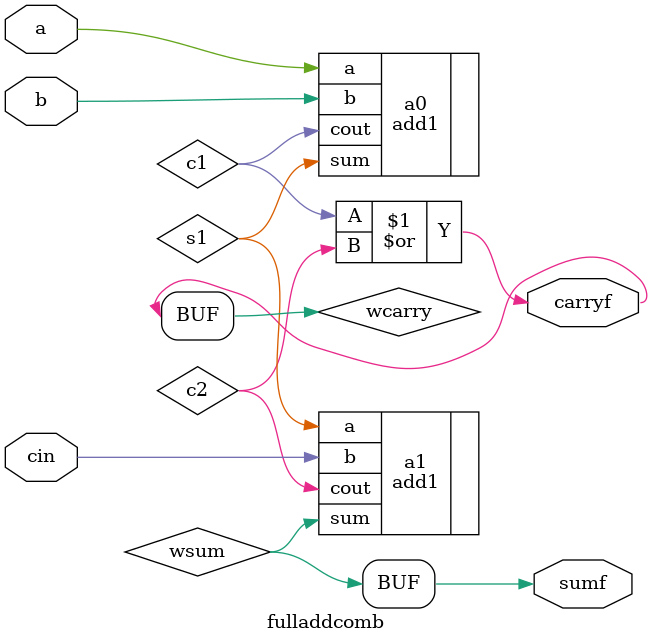
<source format=v>
`include "add_com.v"
module fulladdcomb(
  input a,b,cin,
  output sumf,carryf);
wire s1,c1,c2;
wire wsum, wcarry;
//always (a or b or cin)
//begin
//wire sumf, carryf;
  add1 a0(.a (a),.b(b),.sum(s1),.cout(c1));
  add1 a1(.a (s1),.b(cin),.sum(wsum),.cout(c2));
//end
  assign wcarry = c1 | c2;

  assign carryf = wcarry;
  assign sumf   = wsum;

endmodule


</source>
